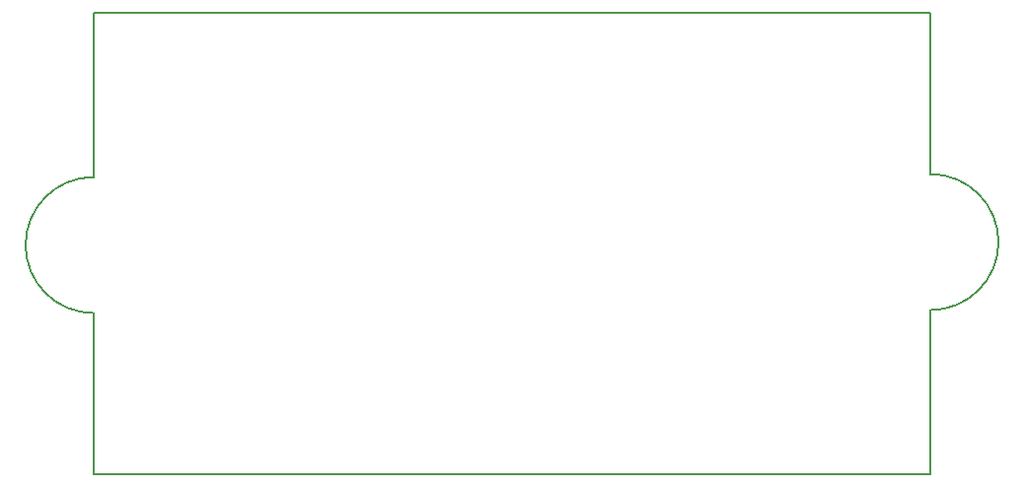
<source format=gbr>
G04 #@! TF.GenerationSoftware,KiCad,Pcbnew,(5.0.0)*
G04 #@! TF.CreationDate,2018-11-11T20:44:08+01:00*
G04 #@! TF.ProjectId,MosfetSchaltung_v2,4D6F73666574536368616C74756E675F,rev?*
G04 #@! TF.SameCoordinates,Original*
G04 #@! TF.FileFunction,Profile,NP*
%FSLAX46Y46*%
G04 Gerber Fmt 4.6, Leading zero omitted, Abs format (unit mm)*
G04 Created by KiCad (PCBNEW (5.0.0)) date 11/11/18 20:44:08*
%MOMM*%
%LPD*%
G01*
G04 APERTURE LIST*
%ADD10C,0.200000*%
G04 APERTURE END LIST*
D10*
X96456500Y-99441000D02*
G75*
G02X96456500Y-87757000I0J5842000D01*
G01*
X168275000Y-87503000D02*
G75*
G02X168275000Y-99187000I0J-5842000D01*
G01*
X96456500Y-73660000D02*
X96456500Y-87757000D01*
X96456500Y-99441000D02*
X96456500Y-113284000D01*
X168275000Y-87503000D02*
X168275000Y-73660000D01*
X168275000Y-113284000D02*
X168275000Y-99187000D01*
X168275000Y-113284000D02*
X96456500Y-113284000D01*
X96456500Y-73660000D02*
X168275000Y-73660000D01*
M02*

</source>
